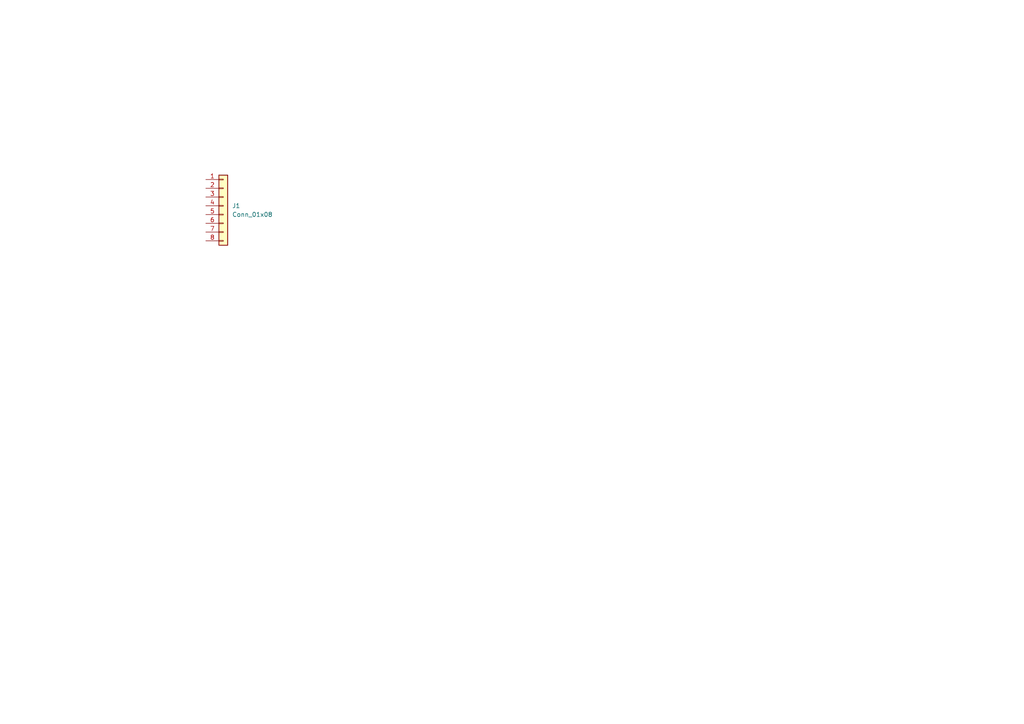
<source format=kicad_sch>
(kicad_sch (version 20230121) (generator eeschema)
  (paper "A4")
  (lib_symbols
    (symbol "Connector_Generic:Conn_01x08" (pin_names (offset 1.016) hide)
      (property "Reference" "J" (at 0 10.16 0))
      (property "Value" "Conn_01x08" (at 0 -12.7 0))
      (symbol "Conn_01x08_1_1"
        (rectangle (start -1.27 -10.033) (end 0 -10.287) (stroke (width 0.1524)))
        (rectangle (start -1.27 -7.493) (end 0 -7.747) (stroke (width 0.1524)))
        (rectangle (start -1.27 -4.953) (end 0 -5.207) (stroke (width 0.1524)))
        (rectangle (start -1.27 -2.413) (end 0 -2.667) (stroke (width 0.1524)))
        (rectangle (start -1.27 0.127) (end 0 -0.127) (stroke (width 0.1524)))
        (rectangle (start -1.27 2.667) (end 0 2.413) (stroke (width 0.1524)))
        (rectangle (start -1.27 5.207) (end 0 4.953) (stroke (width 0.1524)))
        (rectangle (start -1.27 7.747) (end 0 7.493) (stroke (width 0.1524)))
        (rectangle (start -1.27 8.89) (end 1.27 -11.43) (stroke (width 0.254)) (fill (type background)))
        (pin passive line (at -5.08 7.62 0) (length 3.81) (name "Pin_1") (number "1"))
        (pin passive line (at -5.08 5.08 0) (length 3.81) (name "Pin_2") (number "2"))
        (pin passive line (at -5.08 2.54 0) (length 3.81) (name "Pin_3") (number "3"))
        (pin passive line (at -5.08 0 0) (length 3.81) (name "Pin_4") (number "4"))
        (pin passive line (at -5.08 -2.54 0) (length 3.81) (name "Pin_5") (number "5"))
        (pin passive line (at -5.08 -5.08 0) (length 3.81) (name "Pin_6") (number "6"))
        (pin passive line (at -5.08 -7.62 0) (length 3.81) (name "Pin_7") (number "7"))
        (pin passive line (at -5.08 -10.16 0) (length 3.81) (name "Pin_8") (number "8"))
      )
    )
  )
  (symbol (lib_id "Connector_Generic:Conn_01x08") (at 64.77 59.69 0) (unit 1)
    (property "Reference" "J1" (at 67.31 59.69 0) (effects (justify left)))
    (property "Value" "Conn_01x08" (at 67.31 62.23 0) (effects (justify left)))
    (property "Footprint" "Connector_PinSocket_2.54mm:PinSocket_1x08_P2.54mm_Vertical" (effects hide))
  )
)
</source>
